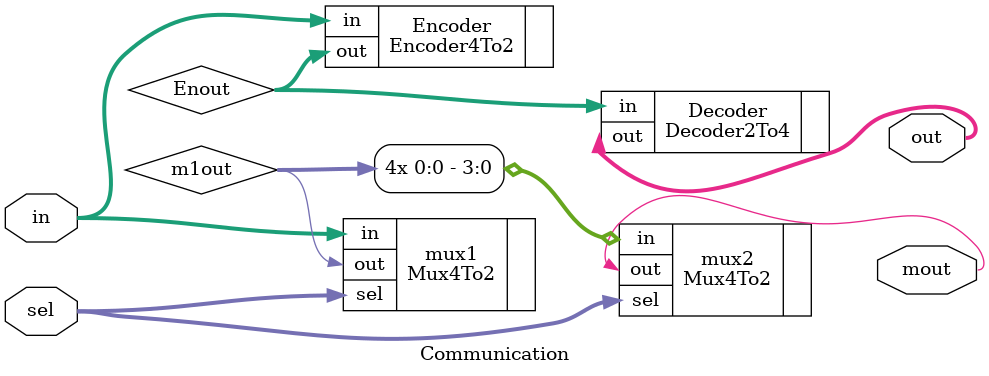
<source format=v>
module Communication (in,mout,sel,out);
	input [3:0] in;
	input [1:0] sel;
	output [3:0] out;
	output mout;
	
	wire m1out;
	wire [1:0] Enout;
	
	Mux4To2 mux1(.in(in),.out(m1out),.sel(sel));
	
	Mux4To2 mux2(.in({4{m1out}}),.out(mout),.sel(sel));
	
	Encoder4To2 Encoder(.in(in) , .out(Enout));
	
	Decoder2To4 Decoder(.in(Enout) , .out(out));
	
	

endmodule
</source>
